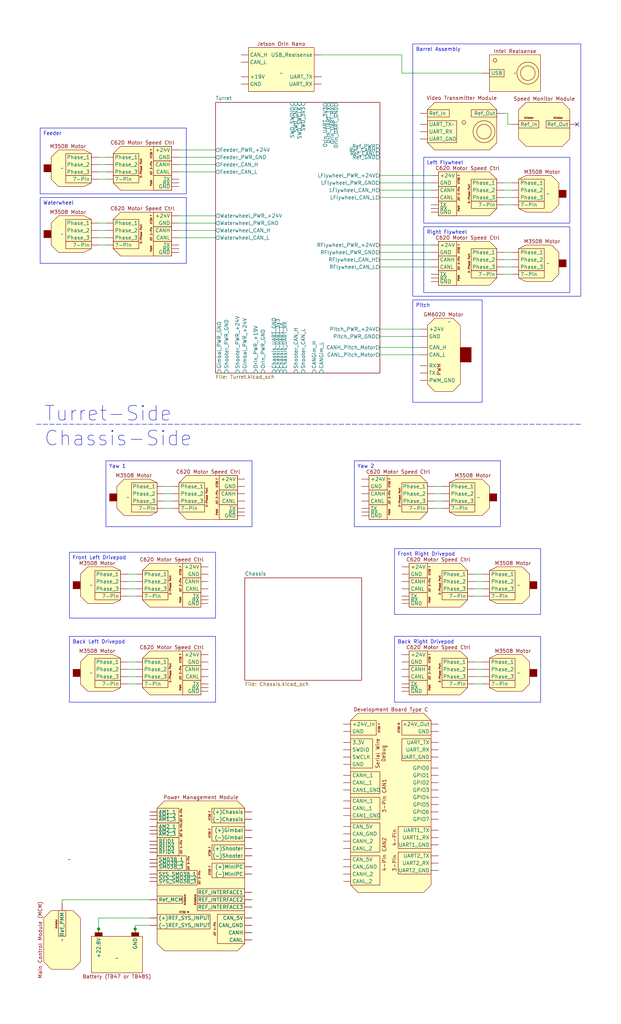
<source format=kicad_sch>
(kicad_sch (version 20231120) (generator "eeschema") (generator_version "8.0")
  (paper "USLegal" portrait)
  (lib_symbols
    (symbol "Robomaster_Library:C620 Motor Speed Controller"
      (property "Reference" "U" (at 0 10.922 0))
      (symbol "C620 Motor Speed Controller_0_1"
        (rectangle (start -10.16 -2.54) (end -3.81 -7.62))
        (rectangle (start -10.16 2.54) (end -3.81 -2.54))
        (rectangle (start -10.16 2.54) (end -3.81 7.62))
        (rectangle (start 1.27 -2.54) (end 10.16 -5.08))
        (rectangle (start 1.27 5.08) (end 10.16 -2.54))
      )
      (symbol "C620 Motor Speed Controller_1_1"
        (polyline (pts (xy -10.16 7.62) (xy -10.16 -7.62) (xy 7.62 -7.62) (xy 10.16 -5.08) (xy 10.16 5.08) (xy 7.62 7.62) (xy -10.16 7.62)) (fill (type background)))
        (text "3-Phase Port" (at 0.508 0 900) (effects (font (size 0.635 0.635))))
        (text "C620 Motor Speed Ctrl" (at 0 8.89 0) (effects (font (size 1.27 1.27))))
        (text "JST 2-Pin" (at -3.048 0 900) (effects (font (size 0.635 0.635))))
        (text "PWM" (at -3.048 -5.08 900) (effects (font (size 0.635 0.635))))
        (text "XT30 F" (at -3.048 5.08 900) (effects (font (size 0.635 0.635))))
        (pin power_in line (at -12.7 6.35 0) (length 2.54) (name "+24V") (number ""))
        (pin bidirectional line (at 12.7 -3.81 180) (length 2.54) (name "7-Pin") (number ""))
        (pin bidirectional line (at -12.7 1.27 0) (length 2.54) (name "CANH") (number ""))
        (pin bidirectional line (at -12.7 -1.27 0) (length 2.54) (name "CANL") (number ""))
        (pin input line (at -12.7 -6.35 0) (length 2.54) (name "GND") (number ""))
        (pin power_in line (at -12.7 3.81 0) (length 2.54) (name "GND") (number ""))
        (pin power_out line (at 12.7 3.81 180) (length 2.54) (name "Phase_1") (number ""))
        (pin power_out line (at 12.7 1.27 180) (length 2.54) (name "Phase_2") (number ""))
        (pin power_out line (at 12.7 -1.27 180) (length 2.54) (name "Phase_3") (number ""))
        (pin input line (at -12.7 -5.08 0) (length 2.54) (name "RX") (number ""))
        (pin output line (at -12.7 -3.81 0) (length 2.54) (name "TX") (number ""))
      )
    )
    (symbol "Robomaster_Library:Dev_Board"
      (property "Reference" "U" (at 0 33.02 0))
      (symbol "Dev_Board_1_1"
        (rectangle (start -13.97 -20.32) (end -3.81 -30.48))
        (rectangle (start -13.97 -19.05) (end -3.81 -8.89))
        (rectangle (start -13.97 0) (end -3.81 -7.62))
        (rectangle (start -13.97 8.89) (end -3.81 1.27))
        (rectangle (start -13.97 20.32) (end -6.35 10.16))
        (rectangle (start -13.97 21.59) (end -5.08 26.67))
        (polyline (pts (xy -13.97 -30.48) (xy -11.43 -33.02) (xy 11.43 -33.02) (xy 13.97 -30.48) (xy 13.97 26.67) (xy 11.43 29.21) (xy -11.43 29.21) (xy -13.97 26.67) (xy -13.97 -30.48)) (fill (type background)))
        (rectangle (start 13.97 -19.05) (end 2.54 -26.67))
        (rectangle (start 13.97 -10.16) (end 2.54 -17.78))
        (rectangle (start 13.97 20.32) (end 3.81 12.7))
        (rectangle (start 13.97 26.67) (end 3.81 21.59))
        (text "3-Pin" (at 1.27 -22.86 900) (effects (font (size 1.27 1.27))))
        (text "3-Pin CAN1" (at -2.286 0.508 900) (effects (font (size 1.27 1.27))))
        (text "4-Pin" (at 1.27 -13.97 900) (effects (font (size 1.27 1.27))))
        (text "4-Pin CAN2" (at -2.286 -19.812 900) (effects (font (size 1.27 1.27))))
        (text "Development Board Type C" (at 0 30.48 0) (effects (font (size 1.27 1.27))))
        (text "Serial Wire\nDebug" (at -3.556 15.24 900) (effects (font (size 1.27 1.27))))
        (text "XT30 F" (at -4.064 24.13 900) (effects (font (size 0.635 0.635))))
        (text "XT30 M" (at 2.794 24.13 900) (effects (font (size 0.635 0.635))))
        (pin power_in line (at -16.51 25.4 0) (length 2.54) (name "+24V_In") (number ""))
        (pin power_in line (at 16.51 25.4 180) (length 2.54) (name "+24V_Out") (number ""))
        (pin output line (at -16.51 19.05 0) (length 2.54) (name "3.3V") (number ""))
        (pin output line (at -16.51 -6.35 0) (length 2.54) (name "CAN1_GND") (number ""))
        (pin output line (at -16.51 2.54 0) (length 2.54) (name "CAN1_GND") (number ""))
        (pin output line (at -16.51 -1.27 0) (length 2.54) (name "CANH_1") (number ""))
        (pin output line (at -16.51 7.62 0) (length 2.54) (name "CANH_1") (number ""))
        (pin output line (at -16.51 -26.67 0) (length 2.54) (name "CANH_2") (number ""))
        (pin output line (at -16.51 -15.24 0) (length 2.54) (name "CANH_2") (number ""))
        (pin output line (at -16.51 -3.81 0) (length 2.54) (name "CANL_1") (number ""))
        (pin output line (at -16.51 5.08 0) (length 2.54) (name "CANL_1") (number ""))
        (pin output line (at -16.51 -29.21 0) (length 2.54) (name "CANL_2") (number ""))
        (pin output line (at -16.51 -17.78 0) (length 2.54) (name "CANL_2") (number ""))
        (pin output line (at -16.51 -21.59 0) (length 2.54) (name "CAN_5V") (number ""))
        (pin output line (at -16.51 -10.16 0) (length 2.54) (name "CAN_5V") (number ""))
        (pin output line (at -16.51 -24.13 0) (length 2.54) (name "CAN_GND") (number ""))
        (pin output line (at -16.51 -12.7 0) (length 2.54) (name "CAN_GND") (number ""))
        (pin output line (at -16.51 11.43 0) (length 2.54) (name "GND") (number ""))
        (pin power_in line (at -16.51 22.86 0) (length 2.54) (name "GND") (number ""))
        (pin power_out line (at 16.51 22.86 180) (length 2.54) (name "GND") (number ""))
        (pin output line (at 16.51 10.16 180) (length 2.54) (name "GPIO0") (number ""))
        (pin output line (at 16.51 7.62 180) (length 2.54) (name "GPIO1") (number ""))
        (pin output line (at 16.51 5.08 180) (length 2.54) (name "GPIO2") (number ""))
        (pin output line (at 16.51 2.54 180) (length 2.54) (name "GPIO3") (number ""))
        (pin output line (at 16.51 0 180) (length 2.54) (name "GPIO4") (number ""))
        (pin output line (at 16.51 -2.54 180) (length 2.54) (name "GPIO5") (number ""))
        (pin output line (at 16.51 -5.08 180) (length 2.54) (name "GPIO6") (number ""))
        (pin output line (at 16.51 -7.62 180) (length 2.54) (name "GPIO7") (number ""))
        (pin bidirectional line (at -16.51 13.97 0) (length 2.54) (name "SWCLK") (number ""))
        (pin bidirectional line (at -16.51 16.51 0) (length 2.54) (name "SWDIO") (number ""))
        (pin bidirectional line (at 16.51 -16.51 180) (length 2.54) (name "UART1_GND") (number ""))
        (pin input line (at 16.51 -13.97 180) (length 2.54) (name "UART1_RX") (number ""))
        (pin output line (at 16.51 -11.43 180) (length 2.54) (name "UART1_TX") (number ""))
        (pin bidirectional line (at 16.51 -25.4 180) (length 2.54) (name "UART2_GND") (number ""))
        (pin bidirectional line (at 16.51 -22.86 180) (length 2.54) (name "UART2_RX") (number ""))
        (pin bidirectional line (at 16.51 -20.32 180) (length 2.54) (name "UART2_TX") (number ""))
        (pin bidirectional line (at 16.51 13.97 180) (length 2.54) (name "UART_GND") (number ""))
        (pin input line (at 16.51 16.51 180) (length 2.54) (name "UART_RX") (number ""))
        (pin output line (at 16.51 19.05 180) (length 2.54) (name "UART_TX") (number ""))
      )
    )
    (symbol "Robomaster_Library:GM6020"
      (property "Reference" "U" (at 0.508 16.002 0))
      (symbol "GM6020_1_1"
        (polyline (pts (xy -5.08 10.16) (xy -5.08 -10.16) (xy -2.54 -12.7) (xy 3.81 -12.7) (xy 6.35 -10.16) (xy 6.35 10.16) (xy 3.81 12.7) (xy -2.54 12.7) (xy -5.08 10.16)) (fill (type background)))
        (rectangle (start 6.35 2.54) (end 10.16 -2.54) (fill (type outline)))
        (text "GM6020 Motor" (at 0.508 13.97 0) (effects (font (size 1.27 1.27))))
        (text "PWM\n" (at -1.016 -5.08 900) (effects (font (size 1.27 1.27))))
        (pin power_in line (at -7.62 8.89 0) (length 2.54) (name "+24V") (number ""))
        (pin input line (at -7.62 2.54 0) (length 2.54) (name "CAN_H") (number ""))
        (pin input line (at -7.62 0 0) (length 2.54) (name "CAN_L") (number ""))
        (pin power_in line (at -7.62 6.35 0) (length 2.54) (name "GND") (number ""))
        (pin bidirectional line (at -7.62 -8.89 0) (length 2.54) (name "PWM_GND") (number ""))
        (pin input line (at -7.62 -3.81 0) (length 2.54) (name "RX") (number ""))
        (pin output line (at -7.62 -6.35 0) (length 2.54) (name "TX") (number ""))
      )
    )
    (symbol "Robomaster_Library:Intel_Realsense"
      (property "Reference" "U" (at 0 10.16 0))
      (symbol "Intel_Realsense_0_1"
        (rectangle (start -8.89 1.27) (end -3.81 -1.27))
        (circle (center -6.985 4.445) (radius 0.635))
        (circle (center 4.445 0) (radius 2.54))
        (circle (center 4.445 0) (radius 3.81))
      )
      (symbol "Intel_Realsense_1_1"
        (rectangle (start -8.89 6.35) (end 8.89 -6.35) (fill (type background)))
        (text "Intel Realsense\n" (at 0 7.62 0) (effects (font (size 1.27 1.27))))
        (pin input line (at -11.43 0 0) (length 2.54) (name "USB") (number ""))
      )
    )
    (symbol "Robomaster_Library:Jetson_Orin_Nano"
      (property "Reference" "U" (at 0 11.43 0))
      (symbol "Jetson_Orin_Nano_1_0"
        (polyline (pts (xy 2.7385 0.2046) (xy 2.7385 1.4111) (xy 2.3956 1.4111) (xy 2.0527 1.4111) (xy 2.0527 0.2046) (xy 2.0527 -1.0019) (xy 2.3956 -1.0019) (xy 2.7385 -1.0019) (xy 2.7385 0.2046)) (stroke (width -0.0001)) (fill (type color) (color 118 185 0 1)))
        (polyline (pts (xy 6.4407 0.1983) (xy 6.4342 1.3984) (xy 6.0976 1.4055) (xy 5.7611 1.4126) (xy 5.7611 0.2054) (xy 5.7611 -1.0019) (xy 6.1042 -1.0019) (xy 6.4473 -1.0019) (xy 6.4407 0.1983)) (stroke (width -0.0001)) (fill (type color) (color 118 185 0 1)))
        (polyline (pts (xy 9.8156 -0.9639) (xy 9.8256 -0.9193) (xy 9.8262 -0.8622) (xy 9.8747 -0.9253) (xy 9.8774 -0.9287) (xy 9.9158 -0.965) (xy 9.9423 -0.9693) (xy 9.9478 -0.9557) (xy 9.9319 -0.9208) (xy 9.9167 -0.8979) (xy 9.9301 -0.858) (xy 9.9366 -0.8493) (xy 9.9474 -0.8001) (xy 9.9164 -0.7627) (xy 9.8512 -0.7479) (xy 9.8218 -0.7485) (xy 9.7892 -0.7586) (xy 9.7764 -0.7919) (xy 9.7756 -0.818) (xy 9.8361 -0.818) (xy 9.8457 -0.8067) (xy 9.8604 -0.8026) (xy 9.8944 -0.8087) (xy 9.894 -0.8174) (xy 9.861 -0.822) (xy 9.8361 -0.818) (xy 9.7756 -0.818) (xy 9.7743 -0.8622) (xy 9.7754 -0.8963) (xy 9.7845 -0.9537) (xy 9.7997 -0.9765) (xy 9.8156 -0.9639)) (stroke (width -0.0001)) (fill (type color) (color 118 185 0 1)))
        (polyline (pts (xy 9.92 -1.0581) (xy 9.9994 -1.0126) (xy 10.0569 -0.9427) (xy 10.0791 -0.8566) (xy 10.0741 -0.8103) (xy 10.0347 -0.7278) (xy 9.9663 -0.6714) (xy 9.8811 -0.6461) (xy 9.7914 -0.6569) (xy 9.7096 -0.7086) (xy 9.7032 -0.7153) (xy 9.6533 -0.8013) (xy 9.652 -0.8222) (xy 9.705 -0.8222) (xy 9.7498 -0.7526) (xy 9.7977 -0.7136) (xy 9.8675 -0.7007) (xy 9.9464 -0.7366) (xy 9.9879 -0.7866) (xy 10.0019 -0.8659) (xy 9.9766 -0.9527) (xy 9.9313 -0.9918) (xy 9.863 -1.0037) (xy 9.7918 -0.9881) (xy 9.7376 -0.9454) (xy 9.7078 -0.891) (xy 9.705 -0.8222) (xy 9.652 -0.8222) (xy 9.6477 -0.8943) (xy 9.6844 -0.9813) (xy 9.7616 -1.0498) (xy 9.8325 -1.0708) (xy 9.92 -1.0581)) (stroke (width -0.0001)) (fill (type color) (color 118 185 0 1)))
        (polyline (pts (xy -7.62 -0.635) (xy -7.6032 -0.5992) (xy -7.5993 -0.5344) (xy -7.6003 -0.4887) (xy -7.6113 -0.4373) (xy -7.644 -0.3998) (xy -7.7102 -0.3575) (xy -7.7647 -0.3214) (xy -7.8544 -0.2508) (xy -7.9368 -0.1752) (xy -7.9946 -0.108) (xy -8.0614 -0.0152) (xy -8.1261 0.087) (xy -8.1813 0.1863) (xy -8.2199 0.2704) (xy -8.2343 0.3269) (xy -8.2343 0.3279) (xy -8.211 0.3748) (xy -8.151 0.4319) (xy -8.0652 0.4929) (xy -7.9644 0.5514) (xy -7.8597 0.6012) (xy -7.7619 0.6358) (xy -7.6819 0.6489) (xy -7.6385 0.6505) (xy -7.6111 0.6635) (xy -7.6009 0.701) (xy -7.5993 0.7761) (xy -7.6002 0.8394) (xy -7.608 0.8836) (xy -7.6308 0.9004) (xy -7.6764 0.9031) (xy -7.7402 0.897) (xy -7.8652 0.8654) (xy -8.0111 0.812) (xy -8.1663 0.7421) (xy -8.3189 0.6612) (xy -8.4573 0.5749) (xy -8.5696 0.4884) (xy -8.689 0.3824) (xy -8.6239 0.2305) (xy -8.5831 0.1421) (xy -8.4403 -0.0949) (xy -8.2649 -0.2977) (xy -8.061 -0.4621) (xy -7.8324 -0.5842) (xy -7.8303 -0.5851) (xy -7.7254 -0.6262) (xy -7.6581 -0.6434) (xy -7.62 -0.635)) (stroke (width -0.0001)) (fill (type color) (color 118 185 0 1)))
        (polyline (pts (xy -0.8737 -0.1454) (xy -0.8754 0.0319) (xy -0.8776 0.23) (xy -0.8801 0.3876) (xy -0.8834 0.5107) (xy -0.8879 0.6052) (xy -0.8939 0.6771) (xy -0.9018 0.7322) (xy -0.912 0.7765) (xy -0.925 0.8159) (xy -0.9411 0.8563) (xy -0.9601 0.898) (xy -1.0539 1.0435) (xy -1.1765 1.1717) (xy -1.3128 1.2657) (xy -1.3811 1.2986) (xy -1.4503 1.3257) (xy -1.5263 1.3473) (xy -1.6152 1.3642) (xy -1.7234 1.3771) (xy -1.8571 1.3868) (xy -2.0228 1.3941) (xy -2.2266 1.3996) (xy -2.4749 1.4041) (xy -3.2559 1.4165) (xy -3.2559 0.2073) (xy -3.2559 -1.0019) (xy -2.913 -1.0019) (xy -2.5701 -1.0019) (xy -2.5701 -0.0875) (xy -2.5701 0.8269) (xy -2.2463 0.8264) (xy -2.1548 0.8257) (xy -2.0321 0.8219) (xy -1.9425 0.8136) (xy -1.8749 0.7995) (xy -1.8182 0.7785) (xy -1.7738 0.7573) (xy -1.7076 0.7185) (xy -1.6544 0.6727) (xy -1.6127 0.6144) (xy -1.5809 0.5382) (xy -1.5575 0.4385) (xy -1.5411 0.3099) (xy -1.5301 0.1469) (xy -1.5229 -0.0559) (xy -1.5181 -0.304) (xy -1.5078 -0.9892) (xy -1.1868 -0.9963) (xy -0.8658 -1.0034) (xy -0.8737 -0.1454)) (stroke (width -0.0001)) (fill (type color) (color 118 185 0 1)))
        (polyline (pts (xy -7.6044 -1.1244) (xy -7.612 -0.9929) (xy -7.7583 -0.9598) (xy -7.8647 -0.9313) (xy -8.1135 -0.8287) (xy -8.3491 -0.6809) (xy -8.5677 -0.4917) (xy -8.7655 -0.2647) (xy -8.9386 -0.0033) (xy -9.0832 0.2886) (xy -9.1432 0.4308) (xy -9.0436 0.5488) (xy -8.906 0.6907) (xy -8.7265 0.8369) (xy -8.525 0.9702) (xy -8.3122 1.085) (xy -8.0983 1.1757) (xy -7.8939 1.2369) (xy -7.7093 1.2628) (xy -7.5993 1.267) (xy -7.5993 1.398) (xy -7.5993 1.5291) (xy -7.769 1.5086) (xy -7.826 1.5006) (xy -8.0571 1.4473) (xy -8.311 1.3602) (xy -8.5794 1.243) (xy -8.8538 1.099) (xy -9.126 0.9319) (xy -9.1413 0.9218) (xy -9.2802 0.8252) (xy -9.408 0.729) (xy -9.5184 0.6387) (xy -9.6052 0.5597) (xy -9.6618 0.4972) (xy -9.6821 0.4569) (xy -9.6785 0.4348) (xy -9.652 0.3646) (xy -9.6045 0.2667) (xy -9.5412 0.1503) (xy -9.4674 0.0246) (xy -9.3885 -0.1012) (xy -9.3098 -0.2178) (xy -9.2365 -0.3161) (xy -9.1308 -0.4418) (xy -8.8741 -0.698) (xy -8.598 -0.9082) (xy -8.3006 -1.0734) (xy -7.9803 -1.195) (xy -7.9722 -1.1974) (xy -7.8655 -1.2255) (xy -7.7656 -1.2458) (xy -7.6933 -1.2541) (xy -7.5967 -1.2559) (xy -7.6044 -1.1244)) (stroke (width -0.0001)) (fill (type color) (color 118 185 0 1)))
        (polyline (pts (xy 3.9005 -0.9961) (xy 4.0325 -0.9943) (xy 4.2254 -0.9912) (xy 4.3781 -0.9876) (xy 4.4973 -0.9832) (xy 4.5897 -0.9773) (xy 4.6619 -0.9696) (xy 4.7208 -0.9595) (xy 4.773 -0.9465) (xy 4.8251 -0.9303) (xy 4.9105 -0.8969) (xy 5.0845 -0.7915) (xy 5.2277 -0.6492) (xy 5.3334 -0.4761) (xy 5.3925 -0.3039) (xy 5.4319 -0.0927) (xy 5.4478 0.1359) (xy 5.44 0.3675) (xy 5.4083 0.5879) (xy 5.3525 0.7829) (xy 5.3065 0.8824) (xy 5.1894 1.0471) (xy 5.0354 1.1841) (xy 4.8513 1.2881) (xy 4.6435 1.3538) (xy 4.6226 1.3575) (xy 4.5281 1.3687) (xy 4.3925 1.3793) (xy 4.223 1.3888) (xy 4.027 1.3969) (xy 3.8116 1.403) (xy 3.1449 1.4183) (xy 3.1449 0.2062) (xy 3.1449 -0.4685) (xy 3.8053 -0.4685) (xy 3.8053 0.2046) (xy 3.8053 0.8777) (xy 4.0029 0.8777) (xy 4.0833 0.876) (xy 4.296 0.8505) (xy 4.4687 0.7942) (xy 4.6022 0.7069) (xy 4.6968 0.5883) (xy 4.7364 0.4885) (xy 4.7651 0.3521) (xy 4.7788 0.202) (xy 4.7757 0.0567) (xy 4.7543 -0.0656) (xy 4.7442 -0.0964) (xy 4.6688 -0.2375) (xy 4.5589 -0.3502) (xy 4.4235 -0.4246) (xy 4.3575 -0.4435) (xy 4.2253 -0.4625) (xy 4.0529 -0.4686) (xy 3.8053 -0.4685) (xy 3.1449 -0.4685) (xy 3.1449 -1.0058) (xy 3.9005 -0.9961)) (stroke (width -0.0001)) (fill (type color) (color 118 185 0 1)))
        (polyline (pts (xy -7.2215 -0.4308) (xy -7.0618 -0.3947) (xy -6.9316 -0.3508) (xy -6.7646 -0.2717) (xy -6.5981 -0.1642) (xy -6.424 -0.0229) (xy -6.2341 0.1577) (xy -6.1722 0.2206) (xy -6.0834 0.3128) (xy -6.0124 0.3889) (xy -5.9654 0.4423) (xy -5.9483 0.4666) (xy -5.9526 0.4773) (xy -5.9866 0.5201) (xy -6.0477 0.5837) (xy -6.1276 0.6606) (xy -6.2179 0.7431) (xy -6.3105 0.8236) (xy -6.3969 0.8943) (xy -6.469 0.9477) (xy -6.6366 1.0493) (xy -6.8927 1.1638) (xy -7.1534 1.2346) (xy -7.4104 1.2587) (xy -7.5739 1.2587) (xy -7.5739 1.1063) (xy -7.5739 0.9539) (xy -7.4115 0.9539) (xy -7.3419 0.9509) (xy -7.1606 0.9215) (xy -6.9752 0.8658) (xy -6.8087 0.7901) (xy -6.7997 0.785) (xy -6.72 0.7328) (xy -6.6369 0.6686) (xy -6.5593 0.6009) (xy -6.4963 0.5378) (xy -6.4567 0.4876) (xy -6.4495 0.4586) (xy -6.4764 0.4295) (xy -6.5352 0.376) (xy -6.6122 0.3113) (xy -6.698 0.2427) (xy -6.7831 0.1778) (xy -6.8581 0.1238) (xy -6.9133 0.0881) (xy -6.9395 0.078) (xy -6.9459 0.0833) (xy -6.9769 0.1246) (xy -7.0129 0.1873) (xy -7.0498 0.2494) (xy -7.1192 0.3434) (xy -7.1992 0.4353) (xy -7.2775 0.5112) (xy -7.3419 0.5575) (xy -7.4093 0.5845) (xy -7.4914 0.6068) (xy -7.5739 0.6225) (xy -7.5739 0.1158) (xy -7.5739 -0.3908) (xy -7.4914 -0.4146) (xy -7.4817 -0.4174) (xy -7.3561 -0.4381) (xy -7.2215 -0.4308)) (stroke (width -0.0001)) (fill (type color) (color 118 185 0 1)))
        (polyline (pts (xy 7.4546 -0.7923) (xy 7.5295 -0.5828) (xy 8.086 -0.5828) (xy 8.6425 -0.5828) (xy 8.7121 -0.786) (xy 8.7816 -0.9892) (xy 9.1382 -0.9962) (xy 9.2843 -0.9975) (xy 9.3987 -0.9948) (xy 9.4702 -0.9882) (xy 9.4949 -0.978) (xy 9.4948 -0.9769) (xy 9.49 -0.9588) (xy 9.4768 -0.9205) (xy 9.4543 -0.8594) (xy 9.4213 -0.7728) (xy 9.3768 -0.6579) (xy 9.3198 -0.512) (xy 9.2492 -0.3325) (xy 9.1639 -0.1166) (xy 9.0628 0.1383) (xy 8.945 0.435) (xy 8.8094 0.7761) (xy 8.5619 1.3984) (xy 8.1082 1.3984) (xy 7.6545 1.3984) (xy 7.4989 1.0047) (xy 7.4862 0.9726) (xy 7.432 0.8354) (xy 7.3641 0.6638) (xy 7.2866 0.4677) (xy 7.2032 0.2568) (xy 7.118 0.0412) (xy 7.0449 -0.1437) (xy 7.6915 -0.1437) (xy 7.6984 -0.1195) (xy 7.7202 -0.0557) (xy 7.7534 0.0382) (xy 7.7949 0.1533) (xy 7.8412 0.2802) (xy 7.8891 0.41) (xy 7.9352 0.5336) (xy 7.9761 0.6417) (xy 8.0087 0.7253) (xy 8.0114 0.7321) (xy 8.0396 0.8085) (xy 8.06 0.8714) (xy 8.0685 0.8969) (xy 8.0918 0.9255) (xy 8.1171 0.9041) (xy 8.1433 0.8333) (xy 8.1657 0.7614) (xy 8.1995 0.6631) (xy 8.2373 0.5602) (xy 8.2597 0.5008) (xy 8.3047 0.3793) (xy 8.3548 0.2423) (xy 8.4027 0.1094) (xy 8.5004 -0.1637) (xy 8.0959 -0.1637) (xy 8.0069 -0.1632) (xy 7.8817 -0.1606) (xy 7.7817 -0.1562) (xy 7.7154 -0.1504) (xy 7.6915 -0.1437) (xy 7.0449 -0.1437) (xy 7.0348 -0.1692) (xy 6.9856 -0.294) (xy 6.9155 -0.4729) (xy 6.8532 -0.6334) (xy 6.801 -0.7697) (xy 6.7609 -0.876) (xy 6.7353 -0.9465) (xy 6.7263 -0.9757) (xy 6.7406 -0.9848) (xy 6.8014 -0.9941) (xy 6.9067 -0.9999) (xy 7.053 -1.0019) (xy 7.3797 -1.0019) (xy 7.4546 -0.7923)) (stroke (width -0.0001)) (fill (type color) (color 118 185 0 1)))
        (polyline (pts (xy 0.5096 -0.996) (xy 0.9939 -0.9892) (xy 1.1139 -0.6209) (xy 1.1461 -0.5216) (xy 1.1973 -0.3639) (xy 1.2574 -0.1783) (xy 1.3227 0.024) (xy 1.3898 0.2316) (xy 1.4548 0.4332) (xy 1.4581 0.4434) (xy 1.5177 0.6279) (xy 1.5746 0.8027) (xy 1.6261 0.9599) (xy 1.6697 1.092) (xy 1.7029 1.1911) (xy 1.7231 1.2496) (xy 1.7407 1.3031) (xy 1.7555 1.3652) (xy 1.7549 1.3956) (xy 1.7422 1.4004) (xy 1.6871 1.4067) (xy 1.6003 1.4103) (xy 1.4937 1.4115) (xy 1.379 1.4103) (xy 1.268 1.407) (xy 1.1725 1.4018) (xy 1.1042 1.3947) (xy 1.0749 1.386) (xy 1.0741 1.3846) (xy 1.0602 1.347) (xy 1.0359 1.2718) (xy 1.0045 1.1692) (xy 0.9692 1.0494) (xy 0.9342 0.9291) (xy 0.8916 0.7837) (xy 0.8524 0.6504) (xy 0.8218 0.5475) (xy 0.8098 0.5076) (xy 0.7768 0.3967) (xy 0.7355 0.2577) (xy 0.69 0.1044) (xy 0.6446 -0.0492) (xy 0.6147 -0.15) (xy 0.5779 -0.2726) (xy 0.5478 -0.371) (xy 0.5269 -0.437) (xy 0.5178 -0.4623) (xy 0.511 -0.4472) (xy 0.4923 -0.3905) (xy 0.4642 -0.2992) (xy 0.4291 -0.1809) (xy 0.3893 -0.0434) (xy 0.3613 0.0545) (xy 0.3175 0.2075) (xy 0.2771 0.349) (xy 0.2435 0.4665) (xy 0.2203 0.5475) (xy 0.1566 0.7711) (xy 0.0878 1.0154) (xy 0.0273 1.2333) (xy -0.0182 1.3984) (xy -0.3798 1.4055) (xy -0.4071 1.406) (xy -0.5457 1.4076) (xy -0.6416 1.406) (xy -0.7016 1.4009) (xy -0.7326 1.3915) (xy -0.7413 1.3776) (xy -0.7406 1.371) (xy -0.7285 1.3219) (xy -0.7042 1.2375) (xy -0.6704 1.1277) (xy -0.6302 1.0022) (xy -0.6117 0.9454) (xy -0.5588 0.7824) (xy -0.496 0.5882) (xy -0.427 0.3743) (xy -0.3553 0.1518) (xy -0.2847 -0.0677) (xy -0.2189 -0.273) (xy -0.1614 -0.4527) (xy -0.116 -0.5955) (xy -0.1146 -0.5999) (xy -0.0789 -0.7094) (xy -0.0433 -0.8151) (xy -0.0151 -0.8944) (xy 0.0253 -1.0029) (xy 0.5096 -0.996)) (stroke (width -0.0001)) (fill (type color) (color 118 185 0 1)))
        (polyline (pts (xy -4.0179 0.1665) (xy -4.0179 2.0461) (xy -5.7959 2.0461) (xy -7.5739 2.0461) (xy -7.5739 1.8048) (xy -7.5739 1.5635) (xy -7.3824 1.5635) (xy -7.2756 1.5594) (xy -7.0789 1.5365) (xy -6.8745 1.4971) (xy -6.6858 1.4452) (xy -6.5594 1.3969) (xy -6.3969 1.3228) (xy -6.2272 1.2354) (xy -6.0676 1.1437) (xy -5.9356 1.0569) (xy -5.8657 1.0032) (xy -5.7706 0.9238) (xy -5.6696 0.8343) (xy -5.5704 0.7419) (xy -5.4802 0.6536) (xy -5.4066 0.5767) (xy -5.3569 0.5183) (xy -5.3387 0.4854) (xy -5.3427 0.4752) (xy -5.376 0.4319) (xy -5.4372 0.3651) (xy -5.5194 0.2813) (xy -5.6154 0.1875) (xy -5.7185 0.0904) (xy -5.8214 -0.0032) (xy -5.9173 -0.0866) (xy -5.9991 -0.1531) (xy -6.2314 -0.3184) (xy -6.5192 -0.4847) (xy -6.8005 -0.6026) (xy -7.0773 -0.673) (xy -7.3517 -0.6966) (xy -7.5739 -0.6971) (xy -7.5739 -0.8396) (xy -7.5739 -0.9822) (xy -7.2247 -0.9699) (xy -7.1956 -0.9688) (xy -6.9329 -0.9471) (xy -6.6968 -0.903) (xy -6.4682 -0.8317) (xy -6.2277 -0.7286) (xy -6.2054 -0.7178) (xy -6.08 -0.652) (xy -5.9414 -0.5726) (xy -5.7993 -0.4859) (xy -5.6634 -0.398) (xy -5.5433 -0.3153) (xy -5.4488 -0.2438) (xy -5.3895 -0.1899) (xy -5.3663 -0.1668) (xy -5.3101 -0.1186) (xy -5.241 -0.064) (xy -5.1721 -0.013) (xy -5.1161 0.0248) (xy -5.0861 0.0395) (xy -5.0837 0.0393) (xy -5.0463 0.0239) (xy -4.9778 -0.011) (xy -4.8877 -0.06) (xy -4.7855 -0.1175) (xy -4.6807 -0.1782) (xy -4.5828 -0.2366) (xy -4.5011 -0.2871) (xy -4.4451 -0.3244) (xy -4.4243 -0.3429) (xy -4.426 -0.3469) (xy -4.4562 -0.3758) (xy -4.517 -0.4219) (xy -4.5987 -0.478) (xy -4.691 -0.5369) (xy -4.7927 -0.5956) (xy -4.9942 -0.6979) (xy -5.2248 -0.8016) (xy -5.4714 -0.901) (xy -5.7212 -0.9909) (xy -5.961 -1.0658) (xy -6.1685 -1.1209) (xy -6.4119 -1.1771) (xy -6.6545 -1.2248) (xy -6.8867 -1.2626) (xy -7.0992 -1.289) (xy -7.2823 -1.3024) (xy -7.4267 -1.3014) (xy -7.5739 -1.2907) (xy -7.5739 -1.5019) (xy -7.5739 -1.7131) (xy -5.7959 -1.7131) (xy -4.0179 -1.7131) (xy -4.0179 0.1665)) (stroke (width -0.0001)) (fill (type color) (color 118 185 0 1)))
      )
      (symbol "Jetson_Orin_Nano_1_1"
        (rectangle (start -11.43 7.62) (end 11.43 -7.62) (fill (type background)))
        (text "Jetson Orin Nano" (at 0 8.89 0) (effects (font (size 1.27 1.27))))
        (pin power_in line (at -13.97 -2.54 0) (length 2.54) (name "+19V") (number ""))
        (pin bidirectional line (at -13.97 5.08 0) (length 2.54) (name "CAN_H") (number ""))
        (pin bidirectional line (at -13.97 2.54 0) (length 2.54) (name "CAN_L") (number ""))
        (pin power_in line (at -13.97 -5.08 0) (length 2.54) (name "GND") (number ""))
        (pin input line (at 13.97 -5.08 180) (length 2.54) (name "UART_RX") (number ""))
        (pin output line (at 13.97 -2.54 180) (length 2.54) (name "UART_TX") (number ""))
        (pin output line (at 13.97 5.08 180) (length 2.54) (name "USB_Realsense") (number ""))
      )
    )
    (symbol "Robomaster_Library:M3508"
      (property "Reference" "U" (at 0 7.112 0))
      (symbol "M3508_1_1"
        (rectangle (start -7.62 -7.62) (end 1.27 -5.08))
        (rectangle (start -7.62 2.54) (end 1.27 -5.08))
        (polyline (pts (xy -7.62 2.54) (xy -5.08 3.81) (xy 3.81 3.81) (xy 6.35 1.27) (xy 6.35 -6.35) (xy 3.81 -8.89) (xy -5.08 -8.89) (xy -7.62 -7.62) (xy -7.62 2.54)) (fill (type background)))
        (rectangle (start 6.35 -1.27) (end 8.89 -3.81) (fill (type outline)))
        (text "M3508 Motor" (at 0.508 5.08 0) (effects (font (size 1.27 1.27))))
        (pin bidirectional line (at -10.16 -6.35 0) (length 2.54) (name "7-Pin") (number ""))
        (pin power_in line (at -10.16 1.27 0) (length 2.54) (name "Phase_1") (number ""))
        (pin power_in line (at -10.16 -1.27 0) (length 2.54) (name "Phase_2") (number ""))
        (pin power_in line (at -10.16 -3.81 0) (length 2.54) (name "Phase_3") (number ""))
      )
    )
    (symbol "Robomaster_Library:Main Control Module"
      (property "Reference" "U" (at 0 0 0))
      (symbol "Main Control Module_1_1"
        (rectangle (start -10.16 1.27) (end -1.27 -1.27))
        (polyline (pts (xy -10.16 3.81) (xy -7.62 6.35) (xy 7.62 6.35) (xy 10.16 3.81) (xy 10.16 -3.81) (xy 7.62 -6.35) (xy -7.62 -6.35) (xy -10.16 -3.81) (xy -10.16 3.81)) (fill (type background)))
        (text "Aviator" (at -5.588 2.032 0) (effects (font (size 0.635 0.635))))
        (text "Main Control Module (MCM)" (at 0 7.62 0) (effects (font (size 1.27 1.27))))
        (pin unspecified line (at -12.7 0 0) (length 2.54) (name "Ref_PMM") (number ""))
      )
    )
    (symbol "Robomaster_Library:Power Management Module"
      (property "Reference" "U" (at 0 26.67 0))
      (symbol "Power Management Module_0_1"
        (rectangle (start -15.24 -15.24) (end 3.175 -20.32))
        (rectangle (start -15.24 0) (end -1.27 -5.08))
        (rectangle (start -15.24 5.08) (end -5.08 0))
        (rectangle (start -15.24 11.43) (end -7.62 5.08))
        (rectangle (start -15.24 16.51) (end -7.62 11.43))
        (rectangle (start -15.24 21.59) (end -7.62 16.51))
        (rectangle (start 3.81 2.54) (end 15.24 -2.54))
        (rectangle (start 3.81 8.89) (end 15.24 3.81))
        (rectangle (start 3.81 15.24) (end 15.24 10.16))
        (rectangle (start 3.81 21.59) (end 15.24 16.51))
      )
      (symbol "Power Management Module_1_1"
        (rectangle (start -15.24 -8.89) (end -6.35 -11.43))
        (rectangle (start -1.27 -8.89) (end 15.24 -11.43))
        (polyline (pts (xy -15.24 21.59) (xy -12.7 24.13) (xy 12.7 24.13) (xy 15.24 21.59) (xy 15.24 -25.4) (xy 12.7 -27.94) (xy -12.7 -27.94) (xy -15.24 -25.4) (xy -15.24 21.59)) (fill (type background)))
        (rectangle (start 5.715 -15.24) (end 15.24 -25.4))
        (rectangle (start 15.24 -11.43) (end -1.27 -13.97))
        (rectangle (start 15.24 -6.35) (end -1.27 -8.89))
        (text "Aviators" (at -5.588 -10.16 900) (effects (font (size 0.635 0.635))))
        (text "Aviators" (at -2.032 -10.16 900) (effects (font (size 0.635 0.635))))
        (text "JST 3-Pin" (at -4.318 2.54 900) (effects (font (size 0.635 0.635))))
        (text "JST 3-Pin" (at -0.508 -2.54 900) (effects (font (size 0.635 0.635))))
        (text "JST 4-Pin" (at -6.858 8.128 900) (effects (font (size 0.635 0.635))))
        (text "JST 4-Pin" (at 4.826 -20.32 900) (effects (font (size 0.635 0.635))))
        (text "JST 6-Pin" (at -6.858 13.97 900) (effects (font (size 0.635 0.635))))
        (text "JST 6-Pin" (at -6.858 19.05 900) (effects (font (size 0.635 0.635))))
        (text "Power Management Module" (at 0 25.4 0) (effects (font (size 1.27 1.27))))
        (text "XT30 F" (at 3.048 0 900) (effects (font (size 0.635 0.635))))
        (text "XT30 F" (at 3.048 6.604 900) (effects (font (size 0.635 0.635))))
        (text "XT30 F" (at 3.048 12.954 900) (effects (font (size 0.635 0.635))))
        (text "XT30 F" (at 3.048 19.05 900) (effects (font (size 0.635 0.635))))
        (text "XT30 M" (at -5.842 -14.478 0) (effects (font (size 0.635 0.635))))
        (pin output line (at 17.78 20.32 180) (length 2.54) (name "(+)Chassis") (number ""))
        (pin output line (at 17.78 13.97 180) (length 2.54) (name "(+)Gimbal") (number ""))
        (pin output line (at 17.78 1.27 180) (length 2.54) (name "(+)MiniPC") (number ""))
        (pin input line (at -17.78 -16.51 0) (length 2.54) (name "(+)REF_SYS_INPUT") (number ""))
        (pin output line (at 17.78 7.62 180) (length 2.54) (name "(+)Shooter") (number ""))
        (pin output line (at 17.78 17.78 180) (length 2.54) (name "(-)Chassis") (number ""))
        (pin output line (at 17.78 11.43 180) (length 2.54) (name "(-)Gimbal") (number ""))
        (pin output line (at 17.78 -1.27 180) (length 2.54) (name "(-)MiniPC") (number ""))
        (pin input line (at -17.78 -19.05 0) (length 2.54) (name "(-)REF_SYS_INPUT") (number ""))
        (pin output line (at 17.78 5.08 180) (length 2.54) (name "(-)Shooter") (number ""))
        (pin output line (at -17.78 20.32 0) (length 2.54) (name "AM1_1") (number ""))
        (pin output line (at -17.78 19.05 0) (length 2.54) (name "AM1_2") (number ""))
        (pin output line (at -17.78 17.78 0) (length 2.54) (name "AM1_3") (number ""))
        (pin output line (at -17.78 15.24 0) (length 2.54) (name "AM2_1") (number ""))
        (pin output line (at -17.78 13.97 0) (length 2.54) (name "AM2_2") (number ""))
        (pin output line (at -17.78 12.7 0) (length 2.54) (name "AM2_3") (number ""))
        (pin output line (at 17.78 -21.59 180) (length 2.54) (name "CANH") (number ""))
        (pin output line (at 17.78 -24.13 180) (length 2.54) (name "CANL") (number ""))
        (pin output line (at 17.78 -16.51 180) (length 2.54) (name "CAN_5V") (number ""))
        (pin output line (at 17.78 -19.05 180) (length 2.54) (name "CAN_GND") (number ""))
        (pin unspecified line (at 17.78 -7.62 180) (length 2.54) (name "REF_INTERFACE1") (number ""))
        (pin unspecified line (at 17.78 -10.16 180) (length 2.54) (name "REF_INTERFACE2") (number ""))
        (pin unspecified line (at 17.78 -12.7 180) (length 2.54) (name "REF_INTERFACE3") (number ""))
        (pin output line (at -17.78 10.16 0) (length 2.54) (name "RFID1") (number ""))
        (pin output line (at -17.78 8.89 0) (length 2.54) (name "RFID2") (number ""))
        (pin output line (at -17.78 7.62 0) (length 2.54) (name "RFID3") (number ""))
        (pin output line (at -17.78 6.35 0) (length 2.54) (name "RFID4") (number ""))
        (pin unspecified line (at -17.78 -10.16 0) (length 2.54) (name "Ref_MCM") (number ""))
        (pin output line (at -17.78 3.81 0) (length 2.54) (name "SM03B_1") (number ""))
        (pin output line (at -17.78 1.27 0) (length 2.54) (name "SM03B_3") (number ""))
        (pin output line (at -17.78 2.54 0) (length 2.54) (name "SMO3B_2") (number ""))
        (pin output line (at -17.78 -1.27 0) (length 2.54) (name "SYS_SM03B_1") (number ""))
        (pin output line (at -17.78 -3.81 0) (length 2.54) (name "SYS_SM03B_3") (number ""))
        (pin output line (at -17.78 -2.54 0) (length 2.54) (name "SYS_SMO3B_2") (number ""))
      )
    )
    (symbol "Robomaster_Library:Speed Monitor Module"
      (property "Reference" "U" (at 0 10.16 0))
      (symbol "Speed Monitor Module_0_1"
        (rectangle (start -8.89 1.27) (end -1.905 -1.27))
        (rectangle (start 0.635 1.27) (end 8.89 -1.27))
      )
      (symbol "Speed Monitor Module_1_1"
        (polyline (pts (xy -8.89 5.08) (xy -6.35 7.62) (xy 6.35 7.62) (xy 8.89 5.08) (xy 8.89 -5.08) (xy 6.35 -7.62) (xy -6.35 -7.62) (xy -8.89 -5.08) (xy -8.89 5.08)) (fill (type background)))
        (text "Aviator" (at -5.334 2.286 0) (effects (font (size 0.635 0.635))))
        (text "Aviator" (at 4.826 2.286 0) (effects (font (size 0.635 0.635))))
        (text "Speed Monitor Module" (at 0 8.89 0) (effects (font (size 1.27 1.27))))
        (pin input line (at -11.43 0 0) (length 2.54) (name "Ref_In") (number ""))
        (pin output line (at 11.43 0 180) (length 2.54) (name "Ref_Out") (number ""))
      )
    )
    (symbol "Robomaster_Library:TB47/TB48S"
      (property "Reference" "U" (at 0 -1.27 0))
      (symbol "TB47/TB48S_1_1"
        (rectangle (start -8.89 6.35) (end 8.89 -6.35) (fill (type background)))
        (rectangle (start -7.62 7.62) (end -5.08 6.35) (fill (type outline)))
        (rectangle (start 5.08 7.62) (end 7.62 6.35) (fill (type outline)))
        (text "Battery (TB47 or TB48S)" (at 0 -7.62 0) (effects (font (size 1.27 1.27))))
        (pin power_out line (at -6.35 8.89 270) (length 2.54) (name "+22.8V") (number ""))
        (pin power_out line (at 6.35 8.89 270) (length 2.54) (name "GND") (number ""))
      )
    )
    (symbol "Robomaster_Library:Video Transmitter Module"
      (property "Reference" "U" (at 0.508 11.176 0))
      (symbol "Video Transmitter Module_0_1"
        (rectangle (start -11.43 1.27) (end -1.27 -6.35))
        (rectangle (start -11.43 5.08) (end -3.81 2.54))
        (polyline (pts (xy -11.43 5.08) (xy -11.43 5.08)))
        (circle (center 1.27 0.635) (radius 0.635))
        (rectangle (start 3.81 5.08) (end 12.7 2.54))
        (circle (center 8.255 -2.54) (radius 2.54))
        (circle (center 8.255 -2.54) (radius 3.81))
      )
      (symbol "Video Transmitter Module_1_1"
        (polyline (pts (xy -11.43 5.08) (xy -8.89 7.62) (xy 10.16 7.62) (xy 12.7 5.08) (xy 12.7 -6.35) (xy 10.16 -8.89) (xy -8.89 -8.89) (xy -11.43 -6.35) (xy -11.43 5.08)) (fill (type background)))
        (text "Video Transmitter Module" (at 0.508 9.144 0) (effects (font (size 1.27 1.27))))
        (pin input line (at -13.97 3.81 0) (length 2.54) (name "Ref_In") (number ""))
        (pin output line (at 15.24 3.81 180) (length 2.54) (name "Ref_Out") (number ""))
        (pin bidirectional line (at -13.97 -5.08 0) (length 2.54) (name "UART_GND") (number ""))
        (pin input line (at -13.97 -2.54 0) (length 2.54) (name "UART_RX") (number ""))
        (pin output line (at -13.97 0 0) (length 2.54) (name "UART_TX") (number ""))
      )
    )
  )
  (junction (at 34.29 322.58))
  (junction (at 46.99 322.58))
  (no_connect (at 200.66 43.18))
  (wire (pts (xy 177.8 68.58) (xy 175.26 68.58)))
  (wire (pts (xy 62.23 82.55) (xy 74.93 82.55)))
  (wire (pts (xy 44.45 237.49) (xy 46.99 237.49)))
  (wire (pts (xy 167.64 201.93) (xy 165.1 201.93)))
  (wire (pts (xy 44.45 232.41) (xy 46.99 232.41)))
  (wire (pts (xy 167.64 204.47) (xy 165.1 204.47)))
  (wire (pts (xy 177.8 63.5) (xy 175.26 63.5)))
  (wire (pts (xy 44.45 201.93) (xy 46.99 201.93)))
  (wire (pts (xy 57.15 171.45) (xy 59.69 171.45)))
  (wire (pts (xy 132.08 90.17) (xy 149.86 90.17)))
  (wire (pts (xy 62.23 52.07) (xy 74.93 52.07)))
  (wire (pts (xy 62.23 57.15) (xy 74.93 57.15)))
  (wire (pts (xy 132.08 92.71) (xy 149.86 92.71)))
  (wire (pts (xy 167.64 207.01) (xy 165.1 207.01)))
  (polyline (pts (xy 12.7 147.32) (xy 201.93 147.32)) (stroke (width 0) (type dash)))
  (wire (pts (xy 177.8 90.17) (xy 175.26 90.17)))
  (wire (pts (xy 132.08 116.84) (xy 146.05 116.84)))
  (wire (pts (xy 176.53 39.37) (xy 176.53 43.18)))
  (wire (pts (xy 46.99 322.58) (xy 46.99 323.85)))
  (wire (pts (xy 62.23 74.93) (xy 74.93 74.93)))
  (wire (pts (xy 34.29 82.55) (xy 36.83 82.55)))
  (wire (pts (xy 132.08 120.65) (xy 146.05 120.65)))
  (wire (pts (xy 34.29 318.77) (xy 34.29 322.58)))
  (wire (pts (xy 34.29 77.47) (xy 36.83 77.47)))
  (wire (pts (xy 132.08 60.96) (xy 149.86 60.96)))
  (wire (pts (xy 21.59 313.69) (xy 21.59 312.42)))
  (wire (pts (xy 132.08 68.58) (xy 149.86 68.58)))
  (wire (pts (xy 21.59 312.42) (xy 52.07 312.42)))
  (wire (pts (xy 62.23 54.61) (xy 74.93 54.61)))
  (wire (pts (xy 167.64 229.87) (xy 165.1 229.87)))
  (wire (pts (xy 34.29 80.01) (xy 36.83 80.01)))
  (wire (pts (xy 34.29 322.58) (xy 34.29 323.85)))
  (wire (pts (xy 167.64 232.41) (xy 165.1 232.41)))
  (wire (pts (xy 132.08 85.09) (xy 149.86 85.09)))
  (wire (pts (xy 153.67 171.45) (xy 151.13 171.45)))
  (wire (pts (xy 44.45 229.87) (xy 46.99 229.87)))
  (wire (pts (xy 139.7 19.05) (xy 139.7 25.4)))
  (wire (pts (xy 132.08 66.04) (xy 149.86 66.04)))
  (wire (pts (xy 177.8 87.63) (xy 175.26 87.63)))
  (wire (pts (xy 34.29 59.69) (xy 36.83 59.69)))
  (wire (pts (xy 177.8 92.71) (xy 175.26 92.71)))
  (wire (pts (xy 52.07 321.31) (xy 46.99 321.31)))
  (wire (pts (xy 167.64 199.39) (xy 165.1 199.39)))
  (wire (pts (xy 132.08 87.63) (xy 149.86 87.63)))
  (wire (pts (xy 167.64 234.95) (xy 165.1 234.95)))
  (wire (pts (xy 153.67 168.91) (xy 151.13 168.91)))
  (wire (pts (xy 132.08 123.19) (xy 146.05 123.19)))
  (wire (pts (xy 175.26 39.37) (xy 176.53 39.37)))
  (wire (pts (xy 57.15 168.91) (xy 59.69 168.91)))
  (wire (pts (xy 34.29 62.23) (xy 36.83 62.23)))
  (wire (pts (xy 139.7 25.4) (xy 167.64 25.4)))
  (wire (pts (xy 44.45 207.01) (xy 46.99 207.01)))
  (wire (pts (xy 167.64 237.49) (xy 165.1 237.49)))
  (wire (pts (xy 62.23 59.69) (xy 74.93 59.69)))
  (wire (pts (xy 46.99 321.31) (xy 46.99 322.58)))
  (wire (pts (xy 62.23 77.47) (xy 74.93 77.47)))
  (wire (pts (xy 52.07 318.77) (xy 34.29 318.77)))
  (wire (pts (xy 34.29 54.61) (xy 36.83 54.61)))
  (wire (pts (xy 62.23 80.01) (xy 74.93 80.01)))
  (wire (pts (xy 132.08 114.3) (xy 146.05 114.3)))
  (wire (pts (xy 153.67 176.53) (xy 151.13 176.53)))
  (wire (pts (xy 177.8 71.12) (xy 175.26 71.12)))
  (wire (pts (xy 177.8 66.04) (xy 175.26 66.04)))
  (wire (pts (xy 57.15 176.53) (xy 59.69 176.53)))
  (wire (pts (xy 176.53 43.18) (xy 177.8 43.18)))
  (wire (pts (xy 132.08 63.5) (xy 149.86 63.5)))
  (wire (pts (xy 153.67 173.99) (xy 151.13 173.99)))
  (wire (pts (xy 44.45 204.47) (xy 46.99 204.47)))
  (wire (pts (xy 44.45 234.95) (xy 46.99 234.95)))
  (wire (pts (xy 44.45 199.39) (xy 46.99 199.39)))
  (wire (pts (xy 34.29 57.15) (xy 36.83 57.15)))
  (wire (pts (xy 111.76 19.05) (xy 139.7 19.05)))
  (wire (pts (xy 177.8 95.25) (xy 175.26 95.25)))
  (wire (pts (xy 57.15 173.99) (xy 59.69 173.99)))
  (wire (pts (xy 34.29 85.09) (xy 36.83 85.09)))
  (rectangle (start 24.13 220.98) (end 74.93 243.84))
  (rectangle (start 13.97 44.45) (end 64.77 67.31))
  (rectangle (start 143.51 15.24) (end 201.93 102.87))
  (rectangle (start 36.83 160.02) (end 87.63 182.88))
  (rectangle (start 137.16 220.98) (end 187.96 243.84))
  (rectangle (start 147.32 54.61) (end 198.12 77.47))
  (rectangle (start 13.97 68.58) (end 64.77 91.44))
  (rectangle (start 24.13 191.77) (end 74.93 214.63))
  (rectangle (start 143.51 104.14) (end 167.64 139.7))
  (rectangle (start 147.32 78.74) (end 198.12 101.6))
  (rectangle (start 123.19 160.02) (end 173.99 182.88))
  (rectangle (start 137.16 190.5) (end 187.96 213.36))
  (text "Yaw 2" (at 124.206 162.052 0) (effects (font (size 1.27 1.27)) (justify left)))
  (text "Pitch" (at 144.526 106.172 0) (effects (font (size 1.27 1.27)) (justify left)))
  (text "Front Left Drivepod" (at 25.146 193.802 0) (effects (font (size 1.27 1.27)) (justify left)))
  (text "Barrel Assembly" (at 144.526 17.272 0) (effects (font (size 1.27 1.27)) (justify left)))
  (text "Waterwheel" (at 14.986 70.612 0) (effects (font (size 1.27 1.27)) (justify left)))
  (text "Feeder" (at 14.986 46.482 0) (effects (font (size 1.27 1.27)) (justify left)))
  (text "Chassis-Side" (at 15.24 152.4 0) (effects (font (size 5.08 5.08)) (justify left)))
  (text "Right Flywheel" (at 148.336 80.772 0) (effects (font (size 1.27 1.27)) (justify left)))
  (text "Back Left Drivepod" (at 25.146 223.012 0) (effects (font (size 1.27 1.27)) (justify left)))
  (text "Back Right Drivepod" (at 138.176 223.012 0) (effects (font (size 1.27 1.27)) (justify left)))
  (text "Left Flywheel" (at 148.336 56.642 0) (effects (font (size 1.27 1.27)) (justify left)))
  (text "Front Right Drivepod" (at 138.176 192.532 0) (effects (font (size 1.27 1.27)) (justify left)))
  (text "Yaw 1" (at 37.846 162.052 0) (effects (font (size 1.27 1.27)) (justify left)))
  (text "Turret-Side" (at 15.24 143.764 0) (effects (font (size 5.08 5.08)) (justify left)))
  (symbol (lib_name "Robomaster_Library:M3508") (lib_id "Robomaster_Library:M3508") (at 24.13 55.88 0) (mirror y) (unit 1)
    (property "Reference" "U12" (effects (hide yes)))
    (property "Value" "~" (at 21.59 58.42 0))
  )
  (symbol (lib_id "Robomaster_Library:M3508") (at 187.96 64.77 0) (unit 1)
    (property "Reference" "U5" (effects (hide yes)))
    (property "Value" "~" (at 190.5 67.31 0))
  )
  (symbol (lib_name "Robomaster_Library:M3508") (lib_id "Robomaster_Library:M3508") (at 24.13 78.74 0) (mirror y) (unit 1)
    (property "Reference" "U11" (effects (hide yes)))
    (property "Value" "~" (at 21.59 81.28 0))
  )
  (symbol (lib_id "Robomaster_Library:C620 Motor Speed Controller") (at 59.69 203.2 0) (mirror y) (unit 1)
    (property "Reference" "U15" (effects (hide yes)))
    (property "Value" "~" (at 62.23 194.31 0))
  )
  (symbol (lib_id "Robomaster_Library:C620 Motor Speed Controller") (at 72.39 172.72 0) (mirror y) (unit 1)
    (property "Reference" "U25" (effects (hide yes)))
    (property "Value" "~" (at 74.93 163.83 0))
  )
  (symbol (lib_id "Robomaster_Library:Intel_Realsense") (at 179.07 25.4 0) (unit 1)
    (property "Reference" "U1" (effects (hide yes)))
    (property "Value" "~" (at 179.07 25.4 0))
  )
  (symbol (lib_id "Robomaster_Library:TB47/TB48S") (at 40.64 331.47 0) (unit 1)
    (property "Reference" "U28" (effects (hide yes)))
    (property "Value" "~" (at 40.64 332.74 0))
  )
  (symbol (lib_id "Robomaster_Library:GM6020") (at 153.67 123.19 0) (unit 1)
    (property "Reference" "U6" (effects (hide yes)))
    (property "Value" "~" (at 156.21 111.76 0))
    (property "Datasheet" "https://rm-static.djicdn.com/tem/17348/RoboMaster%20GM6020%20Brushless%20DC%20Motor%20User%20Guide.pdf" (effects (hide yes)))
    (property "Description" "A brushless DC motor. Recieves 24V power and CAN to determine position and velocity." (effects (hide yes)))
  )
  (symbol (lib_id "Robomaster_Library:M3508") (at 46.99 170.18 0) (mirror y) (unit 1)
    (property "Reference" "U24" (effects (hide yes)))
    (property "Value" "~" (at 44.45 172.72 0))
  )
  (symbol (lib_id "Robomaster_Library:Video Transmitter Module") (at 160.02 43.18 0) (unit 1)
    (property "Reference" "U3" (effects (hide yes)))
    (property "Value" "~" (at 157.48 43.18 0))
    (property "Datasheet" "https://rm-static.djicdn.com/tem/17348/RoboMaster%20VTM%20Transmitter%20VT02&12%20User%20Guide.pdf" (effects (hide yes)))
    (property "Description" "RoboMaster VTM Transmitter VT02. Has two Aviator cables coming out of it." (effects (hide yes)))
  )
  (symbol (lib_id "Robomaster_Library:Jetson_Orin_Nano") (at 97.79 24.13 0) (unit 1)
    (property "Reference" "U2" (effects (hide yes)))
    (property "Value" "~" (at 97.79 25.4 0))
  )
  (symbol (lib_id "Robomaster_Library:Speed Monitor Module") (at 189.23 43.18 0) (unit 1)
    (property "Reference" "U4" (effects (hide yes)))
    (property "Value" "~" (at 189.23 35.56 0))
  )
  (symbol (lib_id "Robomaster_Library:M3508") (at 187.96 88.9 0) (unit 1)
    (property "Reference" "U8" (effects (hide yes)))
    (property "Value" "~" (at 190.5 91.44 0))
  )
  (symbol (lib_id "Robomaster_Library:M3508") (at 163.83 170.18 0) (unit 1)
    (property "Reference" "U22" (effects (hide yes)))
    (property "Value" "~" (at 166.37 172.72 0))
  )
  (symbol (lib_id "Robomaster_Library:C620 Motor Speed Controller") (at 162.56 91.44 0) (unit 1)
    (property "Reference" "U9" (effects (hide yes)))
    (property "Value" "~" (at 160.02 82.55 0))
  )
  (symbol (lib_id "Robomaster_Library:M3508") (at 177.8 231.14 0) (unit 1)
    (property "Reference" "U20" (effects (hide yes)))
    (property "Value" "~" (at 180.34 233.68 0))
  )
  (symbol (lib_id "Robomaster_Library:C620 Motor Speed Controller") (at 162.56 67.31 0) (unit 1)
    (property "Reference" "U7" (effects (hide yes)))
    (property "Value" "~" (at 160.02 58.42 0))
  )
  (symbol (lib_id "Robomaster_Library:M3508") (at 34.29 200.66 0) (mirror y) (unit 1)
    (property "Reference" "U14" (effects (hide yes)))
    (property "Value" "~" (at 31.75 203.2 0))
  )
  (symbol (lib_name "Robomaster_Library:C620 Motor Speed Controller") (lib_id "Robomaster_Library:C620 Motor Speed Controller") (at 49.53 81.28 0) (mirror y) (unit 1)
    (property "Reference" "U13" (effects (hide yes)))
    (property "Value" "~" (at 52.07 72.39 0))
  )
  (symbol (lib_id "Robomaster_Library:Main Control Module") (at 21.59 326.39 90) (mirror x) (unit 1)
    (property "Reference" "U29" (effects (hide yes)))
    (property "Value" "~" (at 21.59 326.39 0))
  )
  (symbol (lib_name "Robomaster_Library:C620 Motor Speed Controller") (lib_id "Robomaster_Library:C620 Motor Speed Controller") (at 49.53 58.42 0) (mirror y) (unit 1)
    (property "Reference" "U10" (effects (hide yes)))
    (property "Value" "~" (at 52.07 49.53 0))
  )
  (symbol (lib_id "Robomaster_Library:C620 Motor Speed Controller") (at 59.69 233.68 0) (mirror y) (unit 1)
    (property "Reference" "U17" (effects (hide yes)))
    (property "Value" "~" (at 62.23 224.79 0))
  )
  (symbol (lib_id "Robomaster_Library:M3508") (at 177.8 200.66 0) (unit 1)
    (property "Reference" "U18" (effects (hide yes)))
    (property "Value" "~" (at 180.34 203.2 0))
  )
  (symbol (lib_id "Robomaster_Library:Dev_Board") (at 135.89 276.86 0) (unit 1)
    (property "Reference" "U26" (effects (hide yes)))
    (property "Value" "~" (at 134.62 259.08 0))
  )
  (symbol (lib_id "Robomaster_Library:M3508") (at 34.29 231.14 0) (mirror y) (unit 1)
    (property "Reference" "U16" (effects (hide yes)))
    (property "Value" "~" (at 31.75 233.68 0))
  )
  (symbol (lib_id "Robomaster_Library:C620 Motor Speed Controller") (at 152.4 233.68 0) (unit 1)
    (property "Reference" "U21" (effects (hide yes)))
    (property "Value" "~" (at 149.86 224.79 0))
  )
  (symbol (lib_id "Robomaster_Library:Power Management Module") (at 69.85 302.26 0) (unit 1)
    (property "Reference" "U27" (effects (hide yes)))
    (property "Value" "~" (at 24.13 298.45 0))
  )
  (symbol (lib_id "Robomaster_Library:C620 Motor Speed Controller") (at 152.4 203.2 0) (unit 1)
    (property "Reference" "U19" (effects (hide yes)))
    (property "Value" "~" (at 149.86 194.31 0))
  )
  (symbol (lib_id "Robomaster_Library:C620 Motor Speed Controller") (at 138.43 172.72 0) (unit 1)
    (property "Reference" "U23" (effects (hide yes)))
    (property "Value" "~" (at 135.89 163.83 0))
  )
  (sheet (at 85.09 200.66) (size 40.64 35.56) (stroke (width 0.1524))
    (property "Sheetname" "Chassis" (at 85.09 199.9484 0) (effects (justify left bottom)))
    (property "Sheetfile" "Chassis.kicad_sch" (at 85.09 236.8046 0) (effects (justify left top)))
  )
  (sheet (at 74.93 35.56) (size 57.15 93.98) (stroke (width 0.1524))
    (property "Sheetname" "Turret" (at 74.93 34.8484 0) (effects (justify left bottom)))
    (property "Sheetfile" "Turret.kicad_sch" (at 74.93 130.1246 0) (effects (justify left top)))
    (pin "Pitch_PWR_+24V" output (at 132.08 114.3 0))
    (pin "Pitch_PWR_GND" output (at 132.08 116.84 0))
    (pin "CANL_Pitch_Motor" output (at 132.08 123.19 0))
    (pin "LFlywheel_PWR_+24V" output (at 132.08 60.96 0))
    (pin "LFlywheel_PWR_GND" output (at 132.08 63.5 0))
    (pin "LFlywheel_CAN_H" output (at 132.08 66.04 0))
    (pin "LFlywheel_CAN_L" output (at 132.08 68.58 0))
    (pin "RFlywheel_PWR_+24V" output (at 132.08 85.09 0))
    (pin "RFlywheel_CAN_H" output (at 132.08 90.17 0))
    (pin "RFlywheel_PWR_GND" output (at 132.08 87.63 0))
    (pin "RFlywheel_CAN_L" output (at 132.08 92.71 0))
    (pin "Waterwheel_PWR_GND" output (at 74.93 77.47 180))
    (pin "Feeder_CAN_L" output (at 74.93 59.69 180))
    (pin "Feeder_PWR_GND" output (at 74.93 54.61 180))
    (pin "Feeder_CAN_H" output (at 74.93 57.15 180))
    (pin "Feeder_PWR_+24V" output (at 74.93 52.07 180))
    (pin "Waterwheel_CAN_H" output (at 74.93 80.01 180))
    (pin "Waterwheel_CAN_L" output (at 74.93 82.55 180))
    (pin "Waterwheel_PWR_+24V" output (at 74.93 74.93 180))
    (pin "Orin_UART_RX" output (at 115.57 35.56 90))
    (pin "Orin_UART_TX" output (at 114.3 35.56 90))
    (pin "Orin_UART_3V3" output (at 113.03 35.56 90))
    (pin "Orin_UART_GND" output (at 116.84 35.56 90))
    (pin "CANH_Pitch_Motor" output (at 132.08 120.65 0))
    (pin "Shooter_PWR_+24V" input (at 82.55 129.54 270))
    (pin "Orin_PWR_GND" input (at 91.44 129.54 270))
    (pin "Gimbal_PWR_+24V" input (at 85.09 129.54 270))
    (pin "Orin_PWR_+19V" input (at 88.9 129.54 270))
    (pin "SWD_SWDIO" input (at 101.6 35.56 90))
    (pin "SWD_GND" input (at 102.87 35.56 90))
    (pin "SWD_SWCLK" input (at 104.14 35.56 90))
    (pin "SWD_3V3" input (at 105.41 35.56 90))
    (pin "Ref_CANH" output (at 132.08 52.07 0))
    (pin "Ref_CANL" output (at 132.08 53.34 0))
    (pin "Ref_GND" output (at 132.08 54.61 0))
    (pin "Ref_PWR" output (at 132.08 50.8 0))
    (pin "Shooter_CAN_H" input (at 102.87 129.54 270))
    (pin "Chassis_UART_GND" input (at 95.25 129.54 270))
    (pin "Chassis_UART_3V3" input (at 96.52 129.54 270))
    (pin "Chassis_UART_TX" input (at 97.79 129.54 270))
    (pin "Chassis_UART_RX" input (at 99.06 129.54 270))
    (pin "Shooter_CAN_L" input (at 105.41 129.54 270))
    (pin "CANGim_H" input (at 109.22 129.54 270))
    (pin "CANGim_L" input (at 111.76 129.54 270))
    (pin "Gimbal_PWR_GND" input (at 76.2 129.54 270))
    (pin "Shooter_PWR_GND" input (at 78.74 129.54 270))
  )
)
</source>
